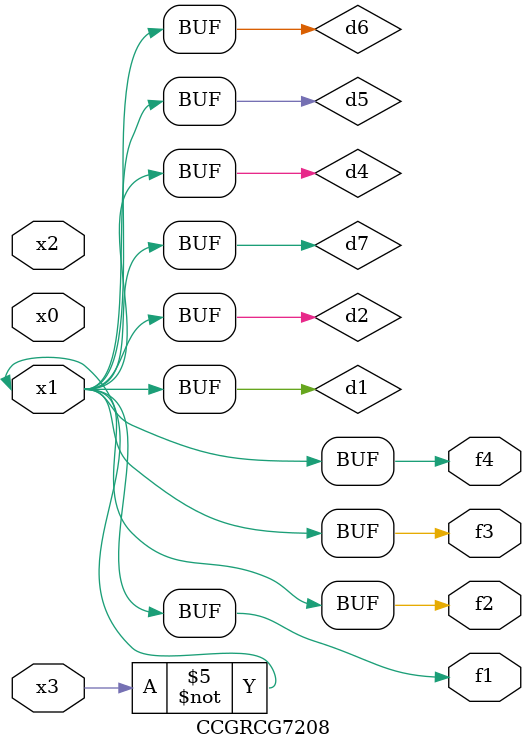
<source format=v>
module CCGRCG7208(
	input x0, x1, x2, x3,
	output f1, f2, f3, f4
);

	wire d1, d2, d3, d4, d5, d6, d7;

	not (d1, x3);
	buf (d2, x1);
	xnor (d3, d1, d2);
	nor (d4, d1);
	buf (d5, d1, d2);
	buf (d6, d4, d5);
	nand (d7, d4);
	assign f1 = d6;
	assign f2 = d7;
	assign f3 = d6;
	assign f4 = d6;
endmodule

</source>
